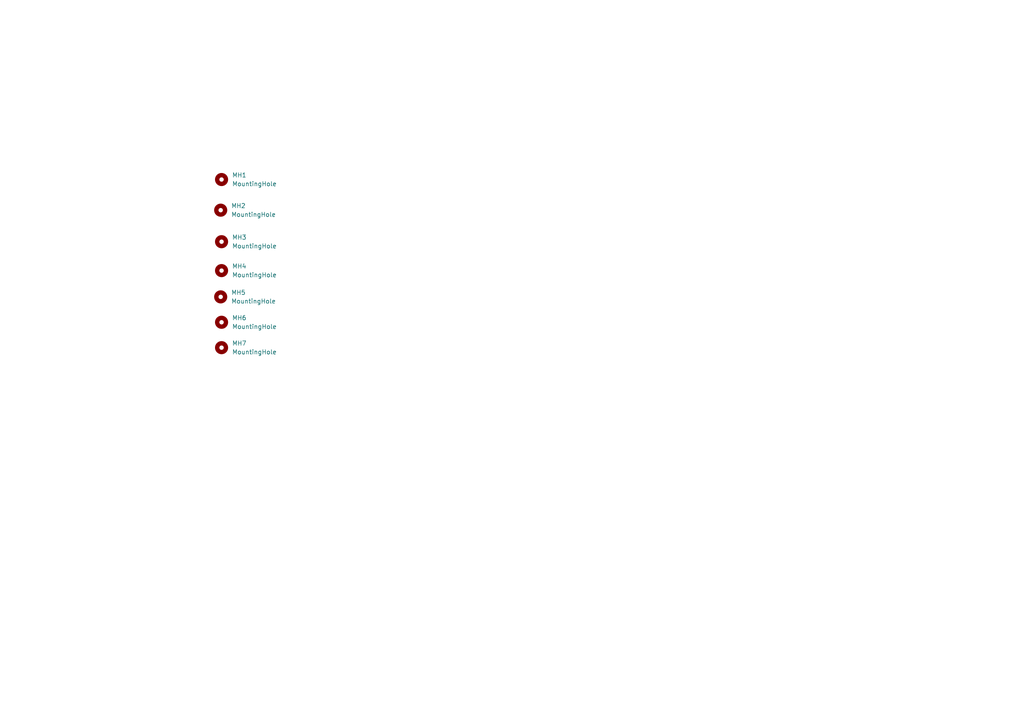
<source format=kicad_sch>
(kicad_sch (version 20231120) (generator "eeschema") (generator_version "8.0")
  (paper "A4")
  (lib_symbols
    (symbol "Mechanical:MountingHole" (pin_names (offset 1.016))
      (property "Reference" "H" (at 0 5.08 0))
      (property "Value" "MountingHole" (at 0 3.175 0))
      (symbol "MountingHole_0_1"
        (circle (center 0 0) (radius 1.27) (stroke (width 1.27)))
      )
    )
  )
  (symbol (lib_id "Mechanical:MountingHole") (at 64.008 60.96 0) (unit 1)
    (property "Reference" "MH2" (at 67.056 59.69 0) (effects (justify left)))
    (property "Value" "MountingHole" (at 67.056 62.23 0) (effects (justify left)))
    (property "Footprint" "MountingHole:MountingHole_2.5mm" (effects (hide yes)))
  )
  (symbol (lib_id "Mechanical:MountingHole") (at 64.262 52.07 0) (unit 1)
    (property "Reference" "MH1" (at 67.31 50.8 0) (effects (justify left)))
    (property "Value" "MountingHole" (at 67.31 53.34 0) (effects (justify left)))
    (property "Footprint" "MountingHole:MountingHole_2.5mm" (effects (hide yes)))
  )
  (symbol (lib_id "Mechanical:MountingHole") (at 64.262 93.472 0) (unit 1)
    (property "Reference" "MH6" (at 67.31 92.202 0) (effects (justify left)))
    (property "Value" "MountingHole" (at 67.31 94.742 0) (effects (justify left)))
    (property "Footprint" "MountingHole:MountingHole_2.5mm" (effects (hide yes)))
  )
  (symbol (lib_id "Mechanical:MountingHole") (at 64.262 100.838 0) (unit 1)
    (property "Reference" "MH7" (at 67.31 99.568 0) (effects (justify left)))
    (property "Value" "MountingHole" (at 67.31 102.108 0) (effects (justify left)))
    (property "Footprint" "MountingHole:MountingHole_2.5mm" (effects (hide yes)))
  )
  (symbol (lib_id "Mechanical:MountingHole") (at 64.262 78.486 0) (unit 1)
    (property "Reference" "MH4" (at 67.31 77.216 0) (effects (justify left)))
    (property "Value" "MountingHole" (at 67.31 79.756 0) (effects (justify left)))
    (property "Footprint" "MountingHole:MountingHole_2.5mm" (effects (hide yes)))
  )
  (symbol (lib_id "Mechanical:MountingHole") (at 64.262 70.104 0) (unit 1)
    (property "Reference" "MH3" (at 67.31 68.834 0) (effects (justify left)))
    (property "Value" "MountingHole" (at 67.31 71.374 0) (effects (justify left)))
    (property "Footprint" "MountingHole:MountingHole_2.5mm" (effects (hide yes)))
  )
  (symbol (lib_id "Mechanical:MountingHole") (at 64.008 86.106 0) (unit 1)
    (property "Reference" "MH5" (at 67.056 84.836 0) (effects (justify left)))
    (property "Value" "MountingHole" (at 67.056 87.376 0) (effects (justify left)))
    (property "Footprint" "MountingHole:MountingHole_2.5mm" (effects (hide yes)))
  )
)
</source>
